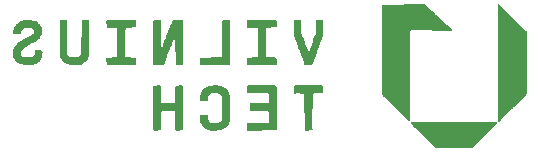
<source format=gbo>
G04 Layer_Color=32896*
%FSLAX25Y25*%
%MOIN*%
G70*
G01*
G75*
G36*
X361197Y268386D02*
X361452Y268028D01*
X361401Y254295D01*
X361452Y253631D01*
X361299Y253478D01*
X351599Y253376D01*
X351395Y253682D01*
X351446Y255673D01*
X351599Y255827D01*
X358542Y255929D01*
X358696Y256082D01*
X358798Y259349D01*
X358645Y259809D01*
X352620Y259911D01*
X352467Y260064D01*
X352365Y261187D01*
Y261289D01*
X352416Y262463D01*
X358542Y262565D01*
X358696Y262719D01*
X358798Y265169D01*
X358696Y265578D01*
X358491Y265782D01*
X351548Y265884D01*
X351446Y268232D01*
X351701Y268488D01*
X352161Y268437D01*
X360482Y268488D01*
X361197Y268386D01*
D02*
G37*
G36*
X376870Y268335D02*
X376972Y266394D01*
X376819Y265935D01*
X373654Y265833D01*
X373399Y265578D01*
X373297Y255163D01*
Y255061D01*
Y254244D01*
X373399Y253938D01*
X373246Y253478D01*
X370897Y253376D01*
X370744Y253529D01*
X370642Y265271D01*
X370489Y265731D01*
X367834Y265833D01*
X367528Y265731D01*
X367170Y265884D01*
X367068Y268232D01*
X367323Y268488D01*
X367783Y268437D01*
X376411Y268488D01*
X376870Y268335D01*
D02*
G37*
G36*
X314586Y289981D02*
X314535Y287786D01*
X311472Y287683D01*
X311012Y287530D01*
X310910Y286203D01*
Y286101D01*
Y278034D01*
X311217Y277830D01*
X314484Y277728D01*
X314586Y275686D01*
X314484Y275278D01*
X314229Y275125D01*
X313922Y275227D01*
X305397Y275175D01*
X304835Y275227D01*
X304682Y275380D01*
X304580Y277524D01*
X304733Y277677D01*
X308102Y277779D01*
X308256Y277932D01*
X308205Y287581D01*
X304835Y287683D01*
X304682Y287837D01*
X304580Y289879D01*
X304835Y290134D01*
X314331Y290236D01*
X314586Y289981D01*
D02*
G37*
G36*
X330055Y268386D02*
X330208Y268232D01*
X330157Y253478D01*
X328013Y253376D01*
X327605Y253478D01*
X327553Y259451D01*
X327400Y259911D01*
X323112Y260013D01*
X322908Y259707D01*
X322806Y253478D01*
X320661Y253376D01*
X320253Y253478D01*
X320151Y253682D01*
X320202Y268232D01*
X320355Y268386D01*
X322193Y268488D01*
X322755Y268335D01*
X322857Y263127D01*
Y263025D01*
Y262821D01*
X323010Y262668D01*
X326890Y262565D01*
X327451Y262719D01*
X327553Y267926D01*
X327707Y268386D01*
X329647Y268488D01*
X330055Y268386D01*
D02*
G37*
G36*
X434917Y256133D02*
X434968Y255980D01*
X429608Y250619D01*
X429250Y250364D01*
X429148Y250160D01*
X428995Y250109D01*
X426698Y247811D01*
X426595Y247505D01*
X414496Y247454D01*
X414292Y247862D01*
X414088Y247965D01*
X409595Y252457D01*
X409391Y252559D01*
X409289Y252763D01*
X408931Y253019D01*
X408829Y253223D01*
X408778Y253274D01*
X408421Y253529D01*
X408319Y253733D01*
X408012Y253938D01*
X407757Y254295D01*
X407553Y254397D01*
X406889Y255061D01*
X406787Y255265D01*
X406532Y255418D01*
X406072Y255980D01*
X406123Y256133D01*
X434509Y256235D01*
X434917Y256133D01*
D02*
G37*
G36*
X342410Y268386D02*
X342869Y268232D01*
X343839Y267875D01*
X344145Y267569D01*
X344350Y267467D01*
X344707Y267109D01*
X345013Y266599D01*
X345320Y266292D01*
X345422Y266088D01*
X345524Y265680D01*
X345728Y265169D01*
X345830Y257103D01*
X345728Y256695D01*
X345524Y256184D01*
X345320Y255469D01*
X345115Y255265D01*
X345013Y255061D01*
X344043Y254091D01*
X342920Y253478D01*
X339959Y253376D01*
X339653D01*
X338632Y253478D01*
X338479Y253631D01*
X337815Y253887D01*
X337509Y254193D01*
X337304Y254295D01*
X336998Y254601D01*
X336539Y255163D01*
X336130Y255878D01*
X335926Y256388D01*
X335824Y257818D01*
X335722Y258124D01*
X335875Y258583D01*
X337917Y258685D01*
X338377Y258532D01*
X338479Y257307D01*
X338683Y256592D01*
X338836Y256439D01*
X339551Y256031D01*
X341695Y255929D01*
X342614Y256337D01*
X343073Y256899D01*
X343176Y263638D01*
X343073Y264965D01*
X342614Y265424D01*
X342103Y265731D01*
X341797Y265833D01*
X339806Y265782D01*
X339142Y265629D01*
X338581Y265067D01*
X338428Y263280D01*
X335977Y263178D01*
X335773Y263382D01*
X335824Y265067D01*
X336079Y265629D01*
X336232Y266292D01*
X336539Y266599D01*
X336641Y266803D01*
X337304Y267467D01*
X337509Y267569D01*
X337815Y267875D01*
X338019Y267977D01*
X338938Y268386D01*
X341082Y268488D01*
X342410Y268386D01*
D02*
G37*
G36*
X435530Y295648D02*
X436040Y295035D01*
X436244Y294933D01*
X444617Y286560D01*
X444923Y286458D01*
X444975Y265680D01*
X444566Y265578D01*
X444464Y265373D01*
X440329Y261238D01*
X440125Y261136D01*
X440022Y260932D01*
X439665Y260677D01*
X439563Y260472D01*
X439410Y260319D01*
X439206Y260217D01*
X439001Y259911D01*
X438644Y259655D01*
X438542Y259451D01*
X438389Y259298D01*
X438184Y259196D01*
X437980Y258890D01*
X437776Y258788D01*
X437623Y258634D01*
X437521Y258430D01*
X437215Y258226D01*
X437112Y258022D01*
X436959Y257869D01*
X436755Y257767D01*
X436602Y257613D01*
X436500Y257409D01*
X436347Y257358D01*
X436091Y257103D01*
X435989Y256899D01*
X435428Y256337D01*
X435275Y256388D01*
X435172Y285488D01*
Y285590D01*
Y295188D01*
X435275Y295597D01*
X435428Y295750D01*
X435530Y295648D01*
D02*
G37*
G36*
X376870Y290083D02*
X376972Y285590D01*
X376768Y284773D01*
X376411Y283906D01*
X376258Y283242D01*
X375951Y282731D01*
X375849Y282221D01*
X375441Y281302D01*
X375237Y280485D01*
X374930Y279975D01*
X374828Y279362D01*
X374573Y278800D01*
X374318Y278137D01*
X374011Y277422D01*
X373807Y276605D01*
X373603Y276095D01*
X373552Y276043D01*
X373246Y275329D01*
X371203Y275227D01*
X370795Y275329D01*
X370642Y275482D01*
X370540Y275686D01*
X370336Y276503D01*
X370131Y276707D01*
X370029Y277320D01*
X369774Y277881D01*
X369519Y278545D01*
X369417Y278953D01*
X369161Y279413D01*
X369008Y280077D01*
X368600Y280995D01*
X368395Y281812D01*
X368242Y281965D01*
X368089Y282527D01*
X367681Y283446D01*
X367579Y283855D01*
X367374Y284569D01*
X367170Y284773D01*
X367068Y289777D01*
X367170Y290185D01*
X369366Y290236D01*
X369519Y290083D01*
X369621Y285999D01*
X369825Y285488D01*
X369927Y285080D01*
X370131Y284365D01*
X370336Y284161D01*
X370438Y283548D01*
X370693Y282987D01*
X370948Y282323D01*
X371152Y281608D01*
X371305Y281455D01*
X371459Y280791D01*
X371663Y280281D01*
X371918Y280026D01*
X372224Y279923D01*
X372378Y280077D01*
X372480Y280791D01*
X372735Y281353D01*
X372990Y282017D01*
X373092Y282425D01*
X373348Y282885D01*
X373501Y283548D01*
X373909Y284467D01*
X374113Y285284D01*
X374318Y285488D01*
X374420Y289777D01*
X374522Y290185D01*
X376717Y290236D01*
X376870Y290083D01*
D02*
G37*
G36*
X330106D02*
X330208Y278545D01*
Y278443D01*
Y275482D01*
X330055Y275329D01*
X327809Y275227D01*
X327656Y275380D01*
X327553Y283957D01*
X327400Y284110D01*
X327145Y284059D01*
X326839Y283548D01*
X326737Y283140D01*
X326583Y282680D01*
X326328Y282017D01*
X326022Y281302D01*
X325920Y281098D01*
X325818Y280689D01*
X325460Y279821D01*
X325307Y279260D01*
X324899Y278341D01*
X324797Y277932D01*
X324388Y277013D01*
X324286Y276605D01*
X324031Y276043D01*
X323878Y275482D01*
X323725Y275329D01*
X320457Y275227D01*
X320304Y275380D01*
X320202Y289981D01*
X320355Y290134D01*
X322601Y290236D01*
X322755Y290083D01*
X322857Y281608D01*
X322959Y281200D01*
X323214Y281149D01*
X323367Y281302D01*
X323571Y282119D01*
X323878Y282833D01*
X323980Y283242D01*
X324388Y284161D01*
X324490Y284569D01*
X324899Y285488D01*
X325103Y286305D01*
X325307Y286509D01*
X325511Y287326D01*
X325767Y287786D01*
X325920Y288347D01*
X326328Y289266D01*
X326532Y289981D01*
X326686Y290134D01*
X329953Y290236D01*
X330106Y290083D01*
D02*
G37*
G36*
X411229Y295035D02*
X411433Y294933D01*
X411586Y294780D01*
X411688Y294576D01*
X411841Y294525D01*
X412760Y293605D01*
X412964Y293503D01*
X413118Y293350D01*
X413220Y293146D01*
X413373Y293095D01*
X414292Y292176D01*
X414496Y292074D01*
X415415Y291155D01*
X415619Y291053D01*
X416538Y290134D01*
X416742Y290032D01*
X418070Y288704D01*
X418274Y288602D01*
X418427Y288449D01*
X418529Y288245D01*
X418682Y288194D01*
X419755Y287122D01*
X419857Y286816D01*
X419652Y286713D01*
X406328Y286765D01*
X405868Y286611D01*
X405766Y265271D01*
Y265169D01*
X405715Y256541D01*
X405511Y256439D01*
X399793Y262157D01*
X399589Y262259D01*
X399538Y262412D01*
X399282Y262668D01*
X399078Y262770D01*
X399027Y262923D01*
X398772Y263178D01*
X398568Y263280D01*
X398465Y263485D01*
X398108Y263740D01*
X398006Y263944D01*
X397598Y264250D01*
X397496Y264455D01*
X397342Y264608D01*
X397138Y264710D01*
X396934Y265016D01*
X396475Y265578D01*
X396526Y294422D01*
X396475Y295188D01*
X396628Y295341D01*
X410820Y295443D01*
X411229Y295035D01*
D02*
G37*
G36*
X298862Y290083D02*
X298964Y279566D01*
X298862Y278239D01*
X298555Y277524D01*
X298351Y277013D01*
X297483Y276146D01*
X296973Y275839D01*
X296667Y275533D01*
X295748Y275329D01*
X295441Y275227D01*
X292429Y275278D01*
X291765Y275431D01*
X290847Y275839D01*
X290540Y276146D01*
X290183Y276401D01*
X290081Y276605D01*
X289774Y276911D01*
X289672Y277116D01*
X289162Y277932D01*
X289060Y289981D01*
X289213Y290134D01*
X291357Y290236D01*
X291510Y290083D01*
X291612Y283548D01*
Y283446D01*
Y279056D01*
X291817Y278545D01*
X292480Y277881D01*
X295033Y277779D01*
X295441Y277881D01*
X295645Y278085D01*
X295850Y278188D01*
X296309Y278851D01*
X296411Y289981D01*
X296565Y290134D01*
X298709Y290236D01*
X298862Y290083D01*
D02*
G37*
G36*
X361350Y289981D02*
X361452Y289572D01*
X361350Y289266D01*
X361452Y288960D01*
X361401Y288602D01*
X361452Y287939D01*
X361299Y287786D01*
X357930Y287683D01*
X357879Y287632D01*
X357777Y287530D01*
X357675Y278034D01*
X357828Y277881D01*
X360891Y277779D01*
X361299Y277677D01*
X361452Y277320D01*
X361350Y277013D01*
X361452Y276809D01*
X361401Y276350D01*
X361452Y275890D01*
X361350Y275482D01*
X361146Y275278D01*
X360738Y275175D01*
X352212Y275227D01*
X351905Y275125D01*
X351599Y275227D01*
X351446Y275380D01*
X351497Y277677D01*
X354560Y277779D01*
X355020Y277932D01*
X355122Y287428D01*
X354969Y287581D01*
X351599Y287683D01*
X351344Y288041D01*
X351395Y288194D01*
X351497Y290134D01*
X361095Y290236D01*
X361350Y289981D01*
D02*
G37*
G36*
X279564Y290185D02*
X280534Y290032D01*
X281045Y289828D01*
X281759Y289419D01*
X281810Y289266D01*
X281963Y289215D01*
X282219Y288960D01*
X282321Y288755D01*
X282525Y288551D01*
X283035Y287632D01*
X283138Y285794D01*
X283035Y285386D01*
X282882Y285233D01*
X282627Y284569D01*
X282321Y284263D01*
X282219Y284059D01*
X281963Y283803D01*
X281759Y283701D01*
X281555Y283497D01*
X281045Y283191D01*
X280738Y282885D01*
X280228Y282680D01*
X279972Y282425D01*
X279309Y282170D01*
X279104Y281965D01*
X278594Y281761D01*
X277981Y281353D01*
X277573Y281251D01*
X277267Y280944D01*
X277062Y280842D01*
X277011Y280791D01*
X276603Y280383D01*
X276092Y279668D01*
X275990Y279056D01*
X276195Y278545D01*
X276858Y277881D01*
X279411Y277779D01*
X279819Y277881D01*
X280228Y278290D01*
X280687Y278851D01*
X280789Y279975D01*
X280942Y280128D01*
X282780Y280230D01*
X283240Y280077D01*
X283342Y279464D01*
X283240Y278443D01*
X283138Y278034D01*
X282729Y277116D01*
X282423Y276809D01*
X282321Y276605D01*
X282066Y276350D01*
X281861Y276248D01*
X281657Y276043D01*
X281147Y275737D01*
X280942Y275533D01*
X280534Y275431D01*
X280228Y275329D01*
X277369Y275227D01*
X276143Y275431D01*
X275020Y275941D01*
X274459Y276503D01*
X274357Y276707D01*
X274050Y277013D01*
X273846Y277524D01*
X273540Y277728D01*
X273438Y280587D01*
X273591Y280638D01*
X273846Y280893D01*
X273948Y281302D01*
X274510Y282068D01*
X274714Y282170D01*
X274969Y282425D01*
X275531Y282885D01*
X276245Y283395D01*
X276960Y283803D01*
X277879Y284314D01*
X278390Y284620D01*
X278900Y284824D01*
X279104Y285029D01*
X279615Y285233D01*
X279921Y285539D01*
X280125Y285641D01*
X280381Y285999D01*
X280483Y286611D01*
X280279Y287122D01*
X279717Y287581D01*
X277573Y287683D01*
X277062Y287479D01*
X276756Y287173D01*
X276552Y287071D01*
X276399Y286816D01*
X276297Y286101D01*
X276143Y285641D01*
X274101Y285539D01*
X273540Y285692D01*
X273438Y286713D01*
X273591Y286765D01*
X273846Y287122D01*
X273948Y287837D01*
X274459Y288551D01*
X274561Y288755D01*
X274714Y288909D01*
X274918Y289011D01*
X275327Y289419D01*
X275531Y289521D01*
X276143Y289930D01*
X277062Y290134D01*
X277369Y290236D01*
X279564Y290185D01*
D02*
G37*
G36*
X345728Y290083D02*
X345830Y285897D01*
Y285794D01*
Y275482D01*
X345677Y275329D01*
X336283Y275227D01*
X335875Y275329D01*
X335773Y275635D01*
X335824Y276911D01*
X335722Y277218D01*
X335875Y277677D01*
X342920Y277779D01*
X343073Y277932D01*
X343176Y289164D01*
X343073Y289470D01*
X343176Y289981D01*
X343329Y290134D01*
X345269Y290236D01*
X345728Y290083D01*
D02*
G37*
M02*

</source>
